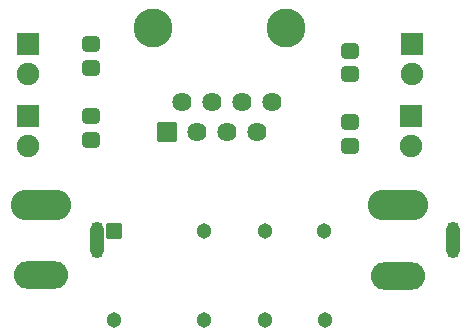
<source format=gbr>
G04 #@! TF.GenerationSoftware,KiCad,Pcbnew,(6.0.6-0)*
G04 #@! TF.CreationDate,2022-11-29T15:01:30-05:00*
G04 #@! TF.ProjectId,Philips CD-i 450 Power Adapter,5068696c-6970-4732-9043-442d69203435,1*
G04 #@! TF.SameCoordinates,Original*
G04 #@! TF.FileFunction,Soldermask,Top*
G04 #@! TF.FilePolarity,Negative*
%FSLAX46Y46*%
G04 Gerber Fmt 4.6, Leading zero omitted, Abs format (unit mm)*
G04 Created by KiCad (PCBNEW (6.0.6-0)) date 2022-11-29 15:01:30*
%MOMM*%
%LPD*%
G01*
G04 APERTURE LIST*
G04 Aperture macros list*
%AMRoundRect*
0 Rectangle with rounded corners*
0 $1 Rounding radius*
0 $2 $3 $4 $5 $6 $7 $8 $9 X,Y pos of 4 corners*
0 Add a 4 corners polygon primitive as box body*
4,1,4,$2,$3,$4,$5,$6,$7,$8,$9,$2,$3,0*
0 Add four circle primitives for the rounded corners*
1,1,$1+$1,$2,$3*
1,1,$1+$1,$4,$5*
1,1,$1+$1,$6,$7*
1,1,$1+$1,$8,$9*
0 Add four rect primitives between the rounded corners*
20,1,$1+$1,$2,$3,$4,$5,0*
20,1,$1+$1,$4,$5,$6,$7,0*
20,1,$1+$1,$6,$7,$8,$9,0*
20,1,$1+$1,$8,$9,$2,$3,0*%
G04 Aperture macros list end*
%ADD10RoundRect,0.050800X-0.600000X-0.600000X0.600000X-0.600000X0.600000X0.600000X-0.600000X0.600000X0*%
%ADD11C,1.301600*%
%ADD12RoundRect,0.300800X-0.450000X0.350000X-0.450000X-0.350000X0.450000X-0.350000X0.450000X0.350000X0*%
%ADD13RoundRect,0.050800X-0.900000X0.900000X-0.900000X-0.900000X0.900000X-0.900000X0.900000X0.900000X0*%
%ADD14C,1.901600*%
%ADD15C,3.300000*%
%ADD16RoundRect,0.050800X-0.762000X-0.762000X0.762000X-0.762000X0.762000X0.762000X-0.762000X0.762000X0*%
%ADD17C,1.625600*%
%ADD18O,1.101600X3.101600*%
%ADD19O,5.101600X2.601600*%
%ADD20O,4.601600X2.351600*%
%ADD21RoundRect,0.300800X0.450000X-0.350000X0.450000X0.350000X-0.450000X0.350000X-0.450000X-0.350000X0*%
G04 APERTURE END LIST*
D10*
X130580245Y-108865000D03*
D11*
X130580245Y-116465000D03*
X138205245Y-108865000D03*
X138205245Y-116465000D03*
X143305245Y-108865000D03*
X143305245Y-116465000D03*
X148355245Y-108865000D03*
X148380245Y-116465000D03*
D12*
X128560000Y-99180000D03*
X128560000Y-101180000D03*
D13*
X123230000Y-99185000D03*
D14*
X123230000Y-101725000D03*
D15*
X133820000Y-91685000D03*
X145120000Y-91685000D03*
D16*
X135070000Y-100535000D03*
D17*
X136340000Y-97995000D03*
X137610000Y-100535000D03*
X138880000Y-97995000D03*
X140150000Y-100535000D03*
X141420000Y-97995000D03*
X142690000Y-100535000D03*
X143960000Y-97995000D03*
D18*
X159275000Y-109677500D03*
D19*
X154575000Y-106677500D03*
D20*
X154575000Y-112677500D03*
D18*
X129095000Y-109667500D03*
D19*
X124395000Y-106667500D03*
D20*
X124395000Y-112667500D03*
D21*
X150490000Y-95630000D03*
X150490000Y-93630000D03*
D13*
X155740000Y-93095000D03*
D14*
X155740000Y-95635000D03*
D21*
X150490000Y-101710000D03*
X150490000Y-99710000D03*
D12*
X128560000Y-93090000D03*
X128560000Y-95090000D03*
D13*
X123230000Y-93095000D03*
D14*
X123230000Y-95635000D03*
D13*
X155730000Y-99175000D03*
D14*
X155730000Y-101715000D03*
M02*

</source>
